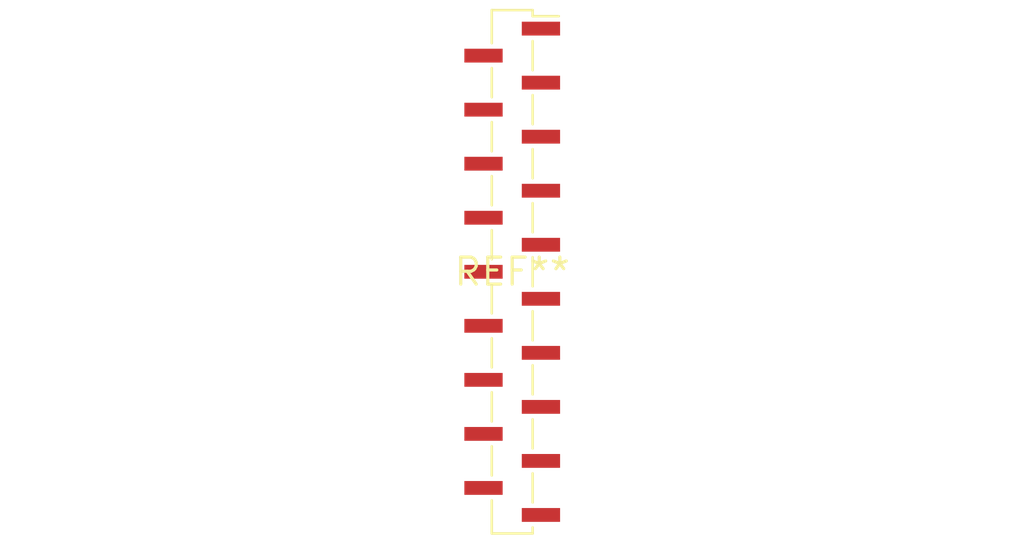
<source format=kicad_pcb>
(kicad_pcb (version 20240108) (generator pcbnew)
  (layers (0 "F.Cu" signal) (31 "B.Cu" signal) (34 "B.Paste" user) (35 "F.Paste" user) (36 "B.SilkS" user "B.Silkscreen") (37 "F.SilkS" user "F.Silkscreen") (38 "B.Mask" user) (39 "F.Mask" user) (44 "Edge.Cuts" user))
  (net 0 "")
  (footprint "PinSocket_1x19_P1.27mm_Vertical_SMD_Pin1Right" (layer "F.Cu") (at 0 0)
    (property "Reference" "REF**")
    (property "Value" "PinSocket_1x19_P1.27mm_Vertical_SMD_Pin1Right")
    (fp_line (start -0.96 -12.3) (end -0.96 -10.745) (layer "F.SilkS") (stroke (width 0.12)))
    (fp_line (start -0.96 -12.3) (end 0.96 -12.3) (layer "F.SilkS") (stroke (width 0.12)))
    (fp_line (start -0.96 -9.575) (end -0.96 -8.205) (layer "F.SilkS") (stroke (width 0.12)))
    (fp_line (start -0.96 -7.035) (end -0.96 -5.665) (layer "F.SilkS") (stroke (width 0.12)))
    (fp_line (start -0.96 -4.495) (end -0.96 -3.125) (layer "F.SilkS") (stroke (width 0.12)))
    (fp_line (start -0.96 -1.955) (end -0.96 -0.585) (layer "F.SilkS") (stroke (width 0.12)))
    (fp_line (start -0.96 0.585) (end -0.96 1.955) (layer "F.SilkS") (stroke (width 0.12)))
    (fp_line (start -0.96 3.125) (end -0.96 4.495) (layer "F.SilkS") (stroke (width 0.12)))
    (fp_line (start -0.96 5.665) (end -0.96 7.035) (layer "F.SilkS") (stroke (width 0.12)))
    (fp_line (start -0.96 8.205) (end -0.96 9.575) (layer "F.SilkS") (stroke (width 0.12)))
    (fp_line (start -0.96 10.745) (end -0.96 12.3) (layer "F.SilkS") (stroke (width 0.12)))
    (fp_line (start -0.96 12.3) (end 0.96 12.3) (layer "F.SilkS") (stroke (width 0.12)))
    (fp_line (start 0.96 -12.3) (end 0.96 -12.015) (layer "F.SilkS") (stroke (width 0.12)))
    (fp_line (start 0.96 -12.015) (end 2.19 -12.015) (layer "F.SilkS") (stroke (width 0.12)))
    (fp_line (start 0.96 -10.845) (end 0.96 -9.475) (layer "F.SilkS") (stroke (width 0.12)))
    (fp_line (start 0.96 -8.305) (end 0.96 -6.935) (layer "F.SilkS") (stroke (width 0.12)))
    (fp_line (start 0.96 -5.765) (end 0.96 -4.395) (layer "F.SilkS") (stroke (width 0.12)))
    (fp_line (start 0.96 -3.225) (end 0.96 -1.855) (layer "F.SilkS") (stroke (width 0.12)))
    (fp_line (start 0.96 -0.685) (end 0.96 0.685) (layer "F.SilkS") (stroke (width 0.12)))
    (fp_line (start 0.96 1.855) (end 0.96 3.225) (layer "F.SilkS") (stroke (width 0.12)))
    (fp_line (start 0.96 4.395) (end 0.96 5.765) (layer "F.SilkS") (stroke (width 0.12)))
    (fp_line (start 0.96 6.935) (end 0.96 8.305) (layer "F.SilkS") (stroke (width 0.12)))
    (fp_line (start 0.96 9.475) (end 0.96 10.845) (layer "F.SilkS") (stroke (width 0.12)))
    (fp_line (start 0.96 12.015) (end 0.96 12.3) (layer "F.SilkS") (stroke (width 0.12)))
    (pad "1" smd rect (at 1.35 -11.43) (size 1.8 0.65) (layers "F.Cu" "F.Paste" "F.Mask"))
    (pad "2" smd rect (at -1.35 -10.16) (size 1.8 0.65) (layers "F.Cu" "F.Paste" "F.Mask"))
    (pad "3" smd rect (at 1.35 -8.89) (size 1.8 0.65) (layers "F.Cu" "F.Paste" "F.Mask"))
    (pad "4" smd rect (at -1.35 -7.62) (size 1.8 0.65) (layers "F.Cu" "F.Paste" "F.Mask"))
    (pad "5" smd rect (at 1.35 -6.35) (size 1.8 0.65) (layers "F.Cu" "F.Paste" "F.Mask"))
    (pad "6" smd rect (at -1.35 -5.08) (size 1.8 0.65) (layers "F.Cu" "F.Paste" "F.Mask"))
    (pad "7" smd rect (at 1.35 -3.81) (size 1.8 0.65) (layers "F.Cu" "F.Paste" "F.Mask"))
    (pad "8" smd rect (at -1.35 -2.54) (size 1.8 0.65) (layers "F.Cu" "F.Paste" "F.Mask"))
    (pad "9" smd rect (at 1.35 -1.27) (size 1.8 0.65) (layers "F.Cu" "F.Paste" "F.Mask"))
    (pad "10" smd rect (at -1.35 0) (size 1.8 0.65) (layers "F.Cu" "F.Paste" "F.Mask"))
    (pad "11" smd rect (at 1.35 1.27) (size 1.8 0.65) (layers "F.Cu" "F.Paste" "F.Mask"))
    (pad "12" smd rect (at -1.35 2.54) (size 1.8 0.65) (layers "F.Cu" "F.Paste" "F.Mask"))
    (pad "13" smd rect (at 1.35 3.81) (size 1.8 0.65) (layers "F.Cu" "F.Paste" "F.Mask"))
    (pad "14" smd rect (at -1.35 5.08) (size 1.8 0.65) (layers "F.Cu" "F.Paste" "F.Mask"))
    (pad "15" smd rect (at 1.35 6.35) (size 1.8 0.65) (layers "F.Cu" "F.Paste" "F.Mask"))
    (pad "16" smd rect (at -1.35 7.62) (size 1.8 0.65) (layers "F.Cu" "F.Paste" "F.Mask"))
    (pad "17" smd rect (at 1.35 8.89) (size 1.8 0.65) (layers "F.Cu" "F.Paste" "F.Mask"))
    (pad "18" smd rect (at -1.35 10.16) (size 1.8 0.65) (layers "F.Cu" "F.Paste" "F.Mask"))
    (pad "19" smd rect (at 1.35 11.43) (size 1.8 0.65) (layers "F.Cu" "F.Paste" "F.Mask"))
  )
)
</source>
